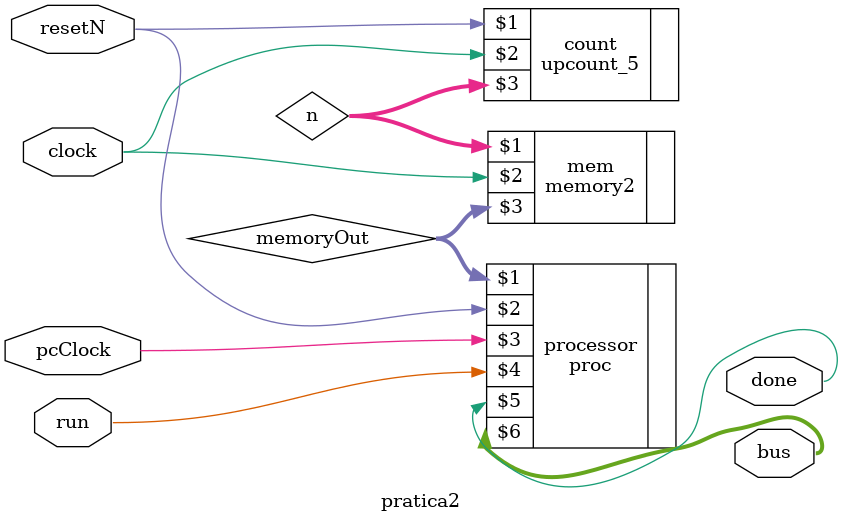
<source format=v>
module pratica2(clock, pcClock, resetN, run, bus, done);
	input clock, pcClock, resetN, run;
	output [15:0] bus;
	output done;
	
	wire [4:0] n;
	wire [15:0] memoryOut;
	
	upcount_5 count(resetN, clock, n);
	
	memory2 mem(n, clock, memoryOut);
	// memory (n, clock, , data, wren, memoryOut);
	//memory ( 	address, clock, data, wren, q);
	
	proc processor(memoryOut, resetN, pcClock, run, done, bus);
	
endmodule
</source>
